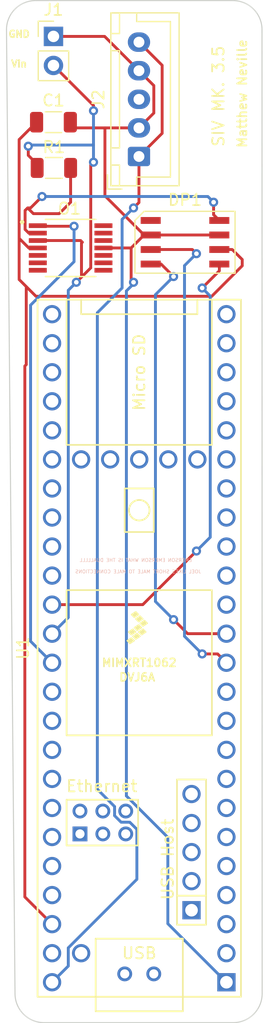
<source format=kicad_pcb>
(kicad_pcb (version 20211014) (generator pcbnew)
  (layers (0 "F.Cu" signal) (31 "B.Cu" signal) (34 "B.Paste" user) (35 "F.Paste" user) (36 "B.SilkS" user "B.Silkscreen") (37 "F.SilkS" user "F.Silkscreen") (38 "B.Mask" user) (39 "F.Mask" user) (44 "Edge.Cuts" user))
  (net 0 "")
  (net 1 "VDD")
  (net 2 "GND")
  (net 3 "A0")
  (net 10 "CS")
  (net 11 "MOSI")
  (net 12 "SCK")
  (net 13 "Net-(DP1-Pad8)")
  (net 14 "A1")
  (net 78 "5V")
  (footprint "Resistor_SMD:R_1206_3216Metric" (layer "F.Cu") (at 44.0375 68.5)
    (fp_text reference "R1" (at 0 -1.82) (layer "F.SilkS"))
    (fp_text value "R")
    (fp_line (start -0.727064 -0.91) (end 0.727064 -0.91) (layer "F.SilkS") (width 0.12))
    (fp_line (start -0.727064 0.91) (end 0.727064 0.91) (layer "F.SilkS") (width 0.12))
    (pad "1" smd roundrect (at -1.4625 0) (size 1.125 1.75) (layers "F.Cu" "F.Paste" "F.Mask") (roundrect_rratio 0.2222222222) (net 3 "A0"))
    (pad "2" smd roundrect (at 1.4625 0) (size 1.125 1.75) (layers "F.Cu" "F.Paste" "F.Mask") (roundrect_rratio 0.2222222222) (net 13 "Net-(DP1-Pad8)"))
  )
  (footprint "hab_footprints:Teensy41" (layer "F.Cu") (at 51.5 110.5 90)
    (fp_text reference "U1" (at 0 -10.16 90) (layer "F.SilkS"))
    (fp_text value "Teensy4.1")
    (fp_text user "USB" (at -26.67 0) (layer "F.SilkS"))
    (fp_text user "Ethernet" (at -12.065 -3.2766) (layer "F.SilkS"))
    (fp_text user "Micro SD" (at 24.13 0 90) (layer "F.SilkS"))
    (fp_text user "MIMXRT1062" (at -1.27 0) (layer "F.SilkS") (effects (font (size 0.7 0.7))))
    (fp_text user "DVJ6A" (at -2.54 -0.18) (layer "F.SilkS") (effects (font (size 0.7 0.7))))
    (fp_text user "USB Host" (at -18.4658 2.4892 90) (layer "F.SilkS"))
    (fp_line (start 17.78 6.35) (end 30.48 6.35) (layer "F.SilkS") (width 0.15))
    (fp_line (start -30.48 -8.89) (end 30.48 -8.89) (layer "F.SilkS") (width 0.15))
    (fp_line (start -13.25 -0.1016) (end -13.25 -6.3516) (layer "F.SilkS") (width 0.15))
    (fp_line (start -17.25 -6.3516) (end -17.25 -6.1016) (layer "F.SilkS") (width 0.15))
    (fp_line (start 17.78 -6.35) (end 17.78 6.35) (layer "F.SilkS") (width 0.15))
    (fp_line (start -30.48 8.89) (end -30.48 -8.89) (layer "F.SilkS") (width 0.15))
    (fp_line (start -24.1808 5.8392) (end -24.1808 3.2992) (layer "F.SilkS") (width 0.15))
    (fp_line (start 30.48 -6.35) (end 17.78 -6.35) (layer "F.SilkS") (width 0.15))
    (fp_line (start 5.08 6.35) (end 5.08 -6.35) (layer "F.SilkS") (width 0.15))
    (fp_line (start 30.48 8.89) (end -30.48 8.89) (layer "F.SilkS") (width 0.15))
    (fp_line (start -25.4 -3.81) (end -30.48 -3.81) (layer "F.SilkS") (width 0.15))
    (fp_line (start -25.4 3.81) (end -30.48 3.81) (layer "F.SilkS") (width 0.15))
    (fp_line (start 10.16 -1.27) (end 13.97 -1.27) (layer "F.SilkS") (width 0.15))
    (fp_line (start 30.48 -8.89) (end 30.48 8.89) (layer "F.SilkS") (width 0.15))
    (fp_line (start 13.97 -1.27) (end 13.97 1.27) (layer "F.SilkS") (width 0.15))
    (fp_line (start -21.6408 3.2992) (end -21.6408 5.8392) (layer "F.SilkS") (width 0.15))
    (fp_line (start 13.97 1.27) (end 10.16 1.27) (layer "F.SilkS") (width 0.15))
    (fp_line (start -31.75 -3.81) (end -30.48 -3.81) (layer "F.SilkS") (width 0.15))
    (fp_line (start -17.25 -0.1016) (end -13.25 -0.1016) (layer "F.SilkS") (width 0.15))
    (fp_line (start -13.25 -6.3516) (end -17.25 -6.3516) (layer "F.SilkS") (width 0.15))
    (fp_line (start 29.21 -5.08) (end 29.21 5.08) (layer "F.SilkS") (width 0.15))
    (fp_line (start -31.75 3.81) (end -31.75 -3.81) (layer "F.SilkS") (width 0.15))
    (fp_line (start 29.21 5.08) (end 30.48 5.08) (layer "F.SilkS") (width 0.15))
    (fp_line (start 10.16 1.27) (end 10.16 -1.27) (layer "F.SilkS") (width 0.15))
    (fp_line (start -24.1808 3.2992) (end -11.4808 3.2992) (layer "F.SilkS") (width 0.15))
    (fp_line (start -7.62 -6.35) (end -7.62 6.35) (layer "F.SilkS") (width 0.15))
    (fp_line (start 30.48 -5.08) (end 29.21 -5.08) (layer "F.SilkS") (width 0.15))
    (fp_line (start -17.25 -6.1016) (end -17.25 -0.1016) (layer "F.SilkS") (width 0.15))
    (fp_line (start -30.48 3.81) (end -31.75 3.81) (layer "F.SilkS") (width 0.15))
    (fp_line (start -11.4808 5.8392) (end -24.1808 5.8392) (layer "F.SilkS") (width 0.15))
    (fp_line (start -25.4 3.81) (end -25.4 -3.81) (layer "F.SilkS") (width 0.15))
    (fp_line (start -7.62 6.35) (end 5.08 6.35) (layer "F.SilkS") (width 0.15))
    (fp_line (start 5.08 -6.35) (end -7.62 -6.35) (layer "F.SilkS") (width 0.15))
    (fp_line (start -11.4808 3.2992) (end -11.4808 5.8392) (layer "F.SilkS") (width 0.15))
    (fp_line (start -24.1808 3.2992) (end -21.6408 3.2992) (layer "F.SilkS") (width 0.15))
    (fp_circle (center 12.065 0) (end 12.7 -0.635) (layer "F.SilkS") (width 0.15) (fill none))
    (fp_poly (pts (xy 0.911 -0.688) (xy 0.657 -0.434) (xy 0.403 -0.815) (xy 0.657 -1.069)) (layer "F.SilkS") (width 0.1) (fill solid))
    (fp_poly (pts (xy 2.816 0.074) (xy 2.562 0.328) (xy 2.308 -0.053) (xy 2.562 -0.307)) (layer "F.SilkS") (width 0.1) (fill solid))
    (fp_poly (pts (xy 1.292 -0.18) (xy 1.038 0.074) (xy 0.784 -0.307) (xy 1.038 -0.561)) (layer "F.SilkS") (width 0.1) (fill solid))
    (fp_poly (pts (xy 1.673 -0.561) (xy 1.419 -0.307) (xy 1.165 -0.688) (xy 1.419 -0.942)) (layer "F.SilkS") (width 0.1) (fill solid))
    (fp_poly (pts (xy 3.197 -0.307) (xy 2.943 -0.053) (xy 2.689 -0.434) (xy 2.943 -0.688)) (layer "F.SilkS") (width 0.1) (fill solid))
    (fp_poly (pts (xy 1.673 0.328) (xy 1.419 0.582) (xy 1.165 0.201) (xy 1.419 -0.053)) (layer "F.SilkS") (width 0.1) (fill solid))
    (fp_poly (pts (xy 2.054 -0.053) (xy 1.8 0.201) (xy 1.546 -0.18) (xy 1.8 -0.434)) (layer "F.SilkS") (width 0.1) (fill solid))
    (fp_poly (pts (xy 2.435 0.455) (xy 2.181 0.709) (xy 1.927 0.328) (xy 2.181 0.074)) (layer "F.SilkS") (width 0.1) (fill solid))
    (pad "1" thru_hole rect locked (at -29.21 7.62 90) (size 1.6 1.6) (drill 1.1) (layers *.Cu *.Mask) (net 2 "GND"))
    (pad "2" thru_hole circle locked (at -26.67 7.62 90) (size 1.6 1.6) (drill 1.1) (layers *.Cu *.Mask))
    (pad "3" thru_hole circle locked (at -24.13 7.62 90) (size 1.6 1.6) (drill 1.1) (layers *.Cu *.Mask))
    (pad "4" thru_hole circle locked (at -21.59 7.62 90) (size 1.6 1.6) (drill 1.1) (layers *.Cu *.Mask))
    (pad "5" thru_hole circle locked (at -19.05 7.62 90) (size 1.6 1.6) (drill 1.1) (layers *.Cu *.Mask))
    (pad "6" thru_hole circle locked (at -16.51 7.62 90) (size 1.6 1.6) (drill 1.1) (layers *.Cu *.Mask))
    (pad "7" thru_hole circle locked (at -13.97 7.62 90) (size 1.6 1.6) (drill 1.1) (layers *.Cu *.Mask))
    (pad "8" thru_hole circle locked (at -11.43 7.62 90) (size 1.6 1.6) (drill 1.1) (layers *.Cu *.Mask))
    (pad "9" thru_hole circle locked (at -8.89 7.62 90) (size 1.6 1.6) (drill 1.1) (layers *.Cu *.Mask))
    (pad "10" thru_hole circle locked (at -6.35 7.62 90) (size 1.6 1.6) (drill 1.1) (layers *.Cu *.Mask))
    (pad "11" thru_hole circle locked (at -3.81 7.62 90) (size 1.6 1.6) (drill 1.1) (layers *.Cu *.Mask))
    (pad "12" thru_hole circle locked (at -1.27 7.62 90) (size 1.6 1.6) (drill 1.1) (layers *.Cu *.Mask) (net 10 "CS"))
    (pad "13" thru_hole circle locked (at 1.27 7.62 90) (size 1.6 1.6) (drill 1.1) (layers *.Cu *.Mask) (net 11 "MOSI"))
    (pad "14" thru_hole circle locked (at 3.81 7.62 90) (size 1.6 1.6) (drill 1.1) (layers *.Cu *.Mask))
    (pad "15" thru_hole circle locked (at 6.35 7.62 90) (size 1.6 1.6) (drill 1.1) (layers *.Cu *.Mask))
    (pad "16" thru_hole circle locked (at 8.89 7.62 90) (size 1.6 1.6) (drill 1.1) (layers *.Cu *.Mask))
    (pad "17" thru_hole circle locked (at 11.43 7.62 90) (size 1.6 1.6) (drill 1.1) (layers *.Cu *.Mask))
    (pad "18" thru_hole circle locked (at 13.97 7.62 90) (size 1.6 1.6) (drill 1.1) (layers *.Cu *.Mask))
    (pad "19" thru_hole circle locked (at 16.51 7.62 90) (size 1.6 1.6) (drill 1.1) (layers *.Cu *.Mask))
    (pad "20" thru_hole circle locked (at 19.05 7.62 90) (size 1.6 1.6) (drill 1.1) (layers *.Cu *.Mask))
    (pad "21" thru_hole circle locked (at 21.59 7.62 90) (size 1.6 1.6) (drill 1.1) (layers *.Cu *.Mask))
    (pad "22" thru_hole circle locked (at 24.13 7.62 90) (size 1.6 1.6) (drill 1.1) (layers *.Cu *.Mask))
    (pad "23" thru_hole circle locked (at 26.67 7.62 90) (size 1.6 1.6) (drill 1.1) (layers *.Cu *.Mask))
    (pad "24" thru_hole circle locked (at 29.21 7.62 90) (size 1.6 1.6) (drill 1.1) (layers *.Cu *.Mask))
    (pad "25" thru_hole circle locked (at 29.21 -7.62 90) (size 1.6 1.6) (drill 1.1) (layers *.Cu *.Mask))
    (pad "26" thru_hole circle locked (at 26.67 -7.62 90) (size 1.6 1.6) (drill 1.1) (layers *.Cu *.Mask))
    (pad "27" thru_hole circle locked (at 24.13 -7.62 90) (size 1.6 1.6) (drill 1.1) (layers *.Cu *.Mask))
    (pad "28" thru_hole circle locked (at 21.59 -7.62 90) (size 1.6 1.6) (drill 1.1) (layers *.Cu *.Mask))
    (pad "29" thru_hole circle locked (at 19.05 -7.62 90) (size 1.6 1.6) (drill 1.1) (layers *.Cu *.Mask))
    (pad "30" thru_hole circle locked (at 16.51 -7.62 90) (size 1.6 1.6) (drill 1.1) (layers *.Cu *.Mask))
    (pad "31" thru_hole circle locked (at 13.97 -7.62 90) (size 1.6 1.6) (drill 1.1) (layers *.Cu *.Mask))
    (pad "32" thru_hole circle locked (at 11.43 -7.62 90) (size 1.6 1.6) (drill 1.1) (layers *.Cu *.Mask))
    (pad "33" thru_hole circle locked (at 8.89 -7.62 90) (size 1.6 1.6) (drill 1.1) (layers *.Cu *.Mask))
    (pad "34" thru_hole circle locked (at 6.35 -7.62 90) (size 1.6 1.6) (drill 1.1) (layers *.Cu *.Mask))
    (pad "35" thru_hole circle locked (at 3.81 -7.62 90) (size 1.6 1.6) (drill 1.1) (layers *.Cu *.Mask) (net 12 "SCK"))
    (pad "36" thru_hole circle locked (at 1.27 -7.62 90) (size 1.6 1.6) (drill 1.1) (layers *.Cu *.Mask) (net 3 "A0"))
    (pad "37" thru_hole circle locked (at -1.27 -7.62 90) (size 1.6 1.6) (drill 1.1) (layers *.Cu *.Mask) (net 14 "A1"))
    (pad "38" thru_hole circle locked (at -3.81 -7.62 90) (size 1.6 1.6) (drill 1.1) (layers *.Cu *.Mask))
    (pad "39" thru_hole circle locked (at -6.35 -7.62 90) (size 1.6 1.6) (drill 1.1) (layers *.Cu *.Mask))
    (pad "40" thru_hole circle locked (at -8.89 -7.62 90) (size 1.6 1.6) (drill 1.1) (layers *.Cu *.Mask))
    (pad "41" thru_hole circle locked (at -11.43 -7.62 90) (size 1.6 1.6) (drill 1.1) (layers *.Cu *.Mask))
    (pad "42" thru_hole circle locked (at -13.97 -7.62 90) (size 1.6 1.6) (drill 1.1) (layers *.Cu *.Mask))
    (pad "43" thru_hole circle locked (at -16.51 -7.62 90) (size 1.6 1.6) (drill 1.1) (layers *.Cu *.Mask))
    (pad "44" thru_hole circle locked (at -19.05 -7.62 90) (size 1.6 1.6) (drill 1.1) (layers *.Cu *.Mask))
    (pad "45" thru_hole circle locked (at -21.59 -7.62 90) (size 1.6 1.6) (drill 1.1) (layers *.Cu *.Mask))
    (pad "46" thru_hole circle locked (at -24.13 -7.62 90) (size 1.6 1.6) (drill 1.1) (layers *.Cu *.Mask) (net 1 "VDD"))
    (pad "47" thru_hole circle locked (at -26.67 -7.62 90) (size 1.6 1.6) (drill 1.1) (layers *.Cu *.Mask))
    (pad "48" thru_hole circle locked (at -29.21 -7.62 90) (size 1.6 1.6) (drill 1.1) (layers *.Cu *.Mask) (net 78 "5V"))
    (pad "49" thru_hole circle locked (at -26.67 -5.08 90) (size 1.6 1.6) (drill 1.1) (layers *.Cu *.Mask))
    (pad "50" thru_hole circle locked (at 16.51 5.08 90) (size 1.6 1.6) (drill 1.1) (layers *.Cu *.Mask))
    (pad "51" thru_hole circle locked (at 16.51 2.54 90) (size 1.6 1.6) (drill 1.1) (layers *.Cu *.Mask))
    (pad "52" thru_hole circle locked (at 16.51 0 90) (size 1.6 1.6) (drill 1.1) (layers *.Cu *.Mask))
    (pad "53" thru_hole circle locked (at 16.51 -2.54 90) (size 1.6 1.6) (drill 1.1) (layers *.Cu *.Mask))
    (pad "54" thru_hole circle locked (at 16.51 -5.08 90) (size 1.6 1.6) (drill 1.1) (layers *.Cu *.Mask))
    (pad "55" thru_hole rect locked (at -22.9108 4.5692 90) (size 1.6 1.6) (drill 1.1) (layers *.Cu *.Mask))
    (pad "56" thru_hole circle locked (at -20.3708 4.5692 90) (size 1.6 1.6) (drill 1.1) (layers *.Cu *.Mask))
    (pad "57" thru_hole circle locked (at -17.8308 4.5692 90) (size 1.6 1.6) (drill 1.1) (layers *.Cu *.Mask))
    (pad "58" thru_hole circle locked (at -15.2908 4.5692 90) (size 1.6 1.6) (drill 1.1) (layers *.Cu *.Mask))
    (pad "59" thru_hole circle locked (at -12.7508 4.5692 90) (size 1.6 1.6) (drill 1.1) (layers *.Cu *.Mask))
    (pad "60" thru_hole rect locked (at -16.24 -5.1816 90) (size 1.3 1.3) (drill 0.8) (layers *.Cu *.Mask))
    (pad "61" thru_hole circle locked (at -16.24 -3.1816 90) (size 1.3 1.3) (drill 0.8) (layers *.Cu *.Mask))
    (pad "62" thru_hole circle locked (at -16.24 -1.1816 90) (size 1.3 1.3) (drill 0.8) (layers *.Cu *.Mask))
    (pad "63" thru_hole circle locked (at -14.24 -1.1816 90) (size 1.3 1.3) (drill 0.8) (layers *.Cu *.Mask))
    (pad "64" thru_hole circle locked (at -14.24 -3.1816 90) (size 1.3 1.3) (drill 0.8) (layers *.Cu *.Mask))
    (pad "65" thru_hole circle locked (at -14.24 -5.1816 90) (size 1.3 1.3) (drill 0.8) (layers *.Cu *.Mask))
    (pad "66" thru_hole circle locked (at -28.48 -1.27 90) (size 1.3 1.3) (drill 0.8) (layers *.Cu *.Mask))
    (pad "67" thru_hole circle locked (at -28.48 1.27 90) (size 1.3 1.3) (drill 0.8) (layers *.Cu *.Mask))
  )
  (footprint "hab_footprints:AD8400 DP" (layer "F.Cu") (at 55.5 75 -90)
    (fp_text reference "DP1" (at -3.705 0) (layer "F.SilkS"))
    (fp_text value "AD8400")
    (fp_line (start 2.705 -4.375) (end 2.705 4.375) (layer "F.SilkS") (width 0.12))
    (fp_line (start 2.705 4.375) (end -1.905 4.375) (layer "F.SilkS") (width 0.12))
    (fp_line (start -2.705 3.575) (end -2.705 -4.375) (layer "F.SilkS") (width 0.12))
    (fp_line (start -2.705 -4.375) (end 2.705 -4.375) (layer "F.SilkS") (width 0.12))
    (fp_line (start -1.905 4.375) (end -2.705 3.575) (layer "F.SilkS") (width 0.12))
    (pad "1" smd rect (at -1.905 3 270) (size 0.6 1.75) (layers "F.Cu" "F.Paste" "F.Mask"))
    (pad "2" smd rect (at -0.635 3 270) (size 0.6 1.75) (layers "F.Cu" "F.Paste" "F.Mask") (net 2 "GND"))
    (pad "3" smd rect (at 0.635 3 270) (size 0.6 1.75) (layers "F.Cu" "F.Paste" "F.Mask") (net 10 "CS"))
    (pad "4" smd rect (at 1.905 3 270) (size 0.6 1.75) (layers "F.Cu" "F.Paste" "F.Mask") (net 11 "MOSI"))
    (pad "5" smd rect (at 1.905 -3 270) (size 0.6 1.75) (layers "F.Cu" "F.Paste" "F.Mask") (net 12 "SCK"))
    (pad "6" smd rect (at 0.635 -3 270) (size 0.6 1.75) (layers "F.Cu" "F.Paste" "F.Mask") (net 1 "VDD"))
    (pad "7" smd rect (at -0.635 -3 270) (size 0.6 1.75) (layers "F.Cu" "F.Paste" "F.Mask") (net 2 "GND"))
    (pad "8" smd rect (at -1.905 -3 270) (size 0.6 1.75) (layers "F.Cu" "F.Paste" "F.Mask") (net 13 "Net-(DP1-Pad8)"))
  )
  (footprint "Capacitor_SMD:C_1206_3216Metric" (layer "F.Cu") (at 44 64.5)
    (fp_text reference "C1" (at 0 -1.9) (layer "F.SilkS"))
    (fp_text value "C")
    (fp_line (start -0.711252 -0.91) (end 0.711252 -0.91) (layer "F.SilkS") (width 0.12))
    (fp_line (start -0.711252 0.91) (end 0.711252 0.91) (layer "F.SilkS") (width 0.12))
    (pad "1" smd roundrect (at -1.475 0) (size 1.15 1.8) (layers "F.Cu" "F.Paste" "F.Mask") (roundrect_rratio 0.2173913043) (net 1 "VDD"))
    (pad "2" smd roundrect (at 1.475 0) (size 1.15 1.8) (layers "F.Cu" "F.Paste" "F.Mask") (roundrect_rratio 0.2173913043) (net 2 "GND"))
  )
  (footprint "Connector_JST:JST_XH_B5B-XH-A_1x05_P2.50mm_Vertical" (layer "F.Cu") (at 51.475 67.5 90)
    (fp_text reference "J2" (at 5 -3.55 90) (layer "F.SilkS"))
    (fp_text value "Conn_01x05")
    (fp_line (start -0.75 -2.45) (end -2.55 -2.45) (layer "F.SilkS") (width 0.12))
    (fp_line (start 9.25 -2.45) (end 0.75 -2.45) (layer "F.SilkS") (width 0.12))
    (fp_line (start -1.8 2.75) (end 5 2.75) (layer "F.SilkS") (width 0.12))
    (fp_line (start 0.75 -2.45) (end 0.75 -1.7) (layer "F.SilkS") (width 0.12))
    (fp_line (start 12.56 -2.46) (end -2.56 -2.46) (layer "F.SilkS") (width 0.12))
    (fp_line (start -2.55 -2.45) (end -2.55 -1.7) (layer "F.SilkS") (width 0.12))
    (fp_line (start 0.75 -1.7) (end 9.25 -1.7) (layer "F.SilkS") (width 0.12))
    (fp_line (start 12.55 -0.2) (end 11.8 -0.2) (layer "F.SilkS") (width 0.12))
    (fp_line (start 12.55 -2.45) (end 10.75 -2.45) (layer "F.SilkS") (width 0.12))
    (fp_line (start -1.8 -0.2) (end -1.8 2.75) (layer "F.SilkS") (width 0.12))
    (fp_line (start 11.8 2.75) (end 5 2.75) (layer "F.SilkS") (width 0.12))
    (fp_line (start 10.75 -1.7) (end 12.55 -1.7) (layer "F.SilkS") (width 0.12))
    (fp_line (start -1.6 -2.75) (end -2.85 -2.75) (layer "F.SilkS") (width 0.12))
    (fp_line (start -2.55 -0.2) (end -1.8 -0.2) (layer "F.SilkS") (width 0.12))
    (fp_line (start 12.55 -1.7) (end 12.55 -2.45) (layer "F.SilkS") (width 0.12))
    (fp_line (start 11.8 -0.2) (end 11.8 2.75) (layer "F.SilkS") (width 0.12))
    (fp_line (start 9.25 -1.7) (end 9.25 -2.45) (layer "F.SilkS") (width 0.12))
    (fp_line (start -2.56 3.51) (end 12.56 3.51) (layer "F.SilkS") (width 0.12))
    (fp_line (start 12.56 3.51) (end 12.56 -2.46) (layer "F.SilkS") (width 0.12))
    (fp_line (start -2.55 -1.7) (end -0.75 -1.7) (layer "F.SilkS") (width 0.12))
    (fp_line (start -2.85 -2.75) (end -2.85 -1.5) (layer "F.SilkS") (width 0.12))
    (fp_line (start 10.75 -2.45) (end 10.75 -1.7) (layer "F.SilkS") (width 0.12))
    (fp_line (start -2.56 -2.46) (end -2.56 3.51) (layer "F.SilkS") (width 0.12))
    (fp_line (start -0.75 -1.7) (end -0.75 -2.45) (layer "F.SilkS") (width 0.12))
    (pad "1" thru_hole roundrect (at 0 0 90) (size 1.7 1.95) (drill 0.95) (layers *.Cu *.Mask) (roundrect_rratio 0.1470588235) (net 78 "5V"))
    (pad "2" thru_hole oval (at 2.5 0 90) (size 1.7 1.95) (drill 0.95) (layers *.Cu *.Mask) (net 2 "GND"))
    (pad "3" thru_hole oval (at 5 0 90) (size 1.7 1.95) (drill 0.95) (layers *.Cu *.Mask))
    (pad "4" thru_hole oval (at 7.5 0 90) (size 1.7 1.95) (drill 0.95) (layers *.Cu *.Mask) (net 2 "GND"))
    (pad "5" thru_hole oval (at 10 0 90) (size 1.7 1.95) (drill 0.95) (layers *.Cu *.Mask) (net 78 "5V"))
  )
  (footprint "hab_footprints:SOP65P640X120-14N" (layer "F.Cu") (at 45.5 75.5)
    (fp_text reference "O1" (at -0.1 -3.435) (layer "F.SilkS"))
    (fp_text value "INA4180")
    (fp_line (start -2.2 -2.5) (end 2.2 -2.5) (layer "F.SilkS") (width 0.127))
    (fp_line (start -2.2 2.5) (end 2.2 2.5) (layer "F.SilkS") (width 0.127))
    (fp_circle (center -4.24 -2.26) (end -4.14 -2.26) (layer "F.SilkS") (width 0.2) (fill none))
    (pad "1" smd roundrect locked (at -2.87 -1.95) (size 1.57 0.41) (layers "F.Cu" "F.Paste" "F.Mask") (roundrect_rratio 0.05) (net 14 "A1"))
    (pad "2" smd roundrect locked (at -2.87 -1.3) (size 1.57 0.41) (layers "F.Cu" "F.Paste" "F.Mask") (roundrect_rratio 0.05) (net 13 "Net-(DP1-Pad8)"))
    (pad "3" smd roundrect locked (at -2.87 -0.65) (size 1.57 0.41) (layers "F.Cu" "F.Paste" "F.Mask") (roundrect_rratio 0.05) (net 3 "A0"))
    (pad "4" smd roundrect locked (at -2.87 0) (size 1.57 0.41) (layers "F.Cu" "F.Paste" "F.Mask") (roundrect_rratio 0.05) (net 1 "VDD"))
    (pad "5" smd roundrect locked (at -2.87 0.65) (size 1.57 0.41) (layers "F.Cu" "F.Paste" "F.Mask") (roundrect_rratio 0.05))
    (pad "6" smd roundrect locked (at -2.87 1.3) (size 1.57 0.41) (layers "F.Cu" "F.Paste" "F.Mask") (roundrect_rratio 0.05))
    (pad "7" smd roundrect locked (at -2.87 1.95) (size 1.57 0.41) (layers "F.Cu" "F.Paste" "F.Mask") (roundrect_rratio 0.05))
    (pad "8" smd roundrect locked (at 2.87 1.95) (size 1.57 0.41) (layers "F.Cu" "F.Paste" "F.Mask") (roundrect_rratio 0.05))
    (pad "9" smd roundrect locked (at 2.87 1.3) (size 1.57 0.41) (layers "F.Cu" "F.Paste" "F.Mask") (roundrect_rratio 0.05))
    (pad "10" smd roundrect locked (at 2.87 0.65) (size 1.57 0.41) (layers "F.Cu" "F.Paste" "F.Mask") (roundrect_rratio 0.05))
    (pad "11" smd roundrect locked (at 2.87 0) (size 1.57 0.41) (layers "F.Cu" "F.Paste" "F.Mask") (roundrect_rratio 0.05) (net 2 "GND"))
    (pad "12" smd roundrect locked (at 2.87 -0.65) (size 1.57 0.41) (layers "F.Cu" "F.Paste" "F.Mask") (roundrect_rratio 0.05))
    (pad "13" smd roundrect locked (at 2.87 -1.3) (size 1.57 0.41) (layers "F.Cu" "F.Paste" "F.Mask") (roundrect_rratio 0.05))
    (pad "14" smd roundrect locked (at 2.87 -1.95) (size 1.57 0.41) (layers "F.Cu" "F.Paste" "F.Mask") (roundrect_rratio 0.05))
  )
  (footprint "Connector_PinHeader_2.54mm:PinHeader_1x02_P2.54mm_Vertical" (layer "F.Cu") (at 44 57)
    (fp_text reference "J1" (at 0 -2.33) (layer "F.SilkS"))
    (fp_text value "Conn_01x02")
    (fp_line (start -1.33 0) (end -1.33 -1.33) (layer "F.SilkS") (width 0.12))
    (fp_line (start 1.33 1.27) (end 1.33 3.87) (layer "F.SilkS") (width 0.12))
    (fp_line (start -1.33 3.87) (end 1.33 3.87) (layer "F.SilkS") (width 0.12))
    (fp_line (start -1.33 1.27) (end -1.33 3.87) (layer "F.SilkS") (width 0.12))
    (fp_line (start -1.33 1.27) (end 1.33 1.27) (layer "F.SilkS") (width 0.12))
    (fp_line (start -1.33 -1.33) (end 0 -1.33) (layer "F.SilkS") (width 0.12))
    (pad "1" thru_hole rect (at 0 0) (size 1.7 1.7) (drill 1) (layers *.Cu *.Mask) (net 2 "GND"))
    (pad "2" thru_hole oval (at 0 2.54) (size 1.7 1.7) (drill 1) (layers *.Cu *.Mask) (net 3 "A0"))
  )
  (gr_arc (start 39.896051 56.406051) (mid 40.64 54.61) (end 42.436051 53.866051) (layer "Edge.Cuts") (width 0.1))
  (gr_line (start 62.243949 140.703949) (end 62.23 56.406051) (layer "Edge.Cuts") (width 0.1))
  (gr_line (start 42.436051 53.866051) (end 59.69 53.866051) (layer "Edge.Cuts") (width 0.1))
  (gr_arc (start 43.18 143.243949) (mid 41.383949 142.5) (end 40.64 140.703949) (layer "Edge.Cuts") (width 0.1))
  (gr_line (start 40.64 140.703949) (end 39.896051 56.406051) (layer "Edge.Cuts") (width 0.1))
  (gr_arc (start 62.243949 140.703949) (mid 61.5 142.5) (end 59.703949 143.243949) (layer "Edge.Cuts") (width 0.1))
  (gr_line (start 59.703949 143.243949) (end 43.18 143.243949) (layer "Edge.Cuts") (width 0.1))
  (gr_arc (start 59.69 53.866051) (mid 61.486051 54.61) (end 62.23 56.406051) (layer "Edge.Cuts") (width 0.1))
  (gr_text "EMERSON EMERSON WHAT IS THE DUALLLLL" (at 51.2 102.8) (layer "B.SilkS") (effects (font (size 0.3 0.3)) (justify mirror)))
  (gr_text "JOEL LIKES SHORT MALE TO MALE CONNECTIONS" (at 51.4 103.8) (layer "B.SilkS") (effects (font (size 0.3 0.3)) (justify mirror)))
  (gr_text "Vin\n" (at 41 59.4) (layer "F.SilkS") (effects (font (size 0.6 0.6))))
  (gr_text "GND" (at 41 56.8) (layer "F.SilkS") (effects (font (size 0.6 0.6))))
  (gr_text "SIV MK. 3.5" (at 58.42 62.23 90) (layer "F.SilkS") (effects (font (size 1 1))))
  (gr_text "Matthew Neville" (at 60.5 62 90) (layer "F.SilkS") (effects (font (size 0.8 0.8))))
  (segment (start 41.621535 78.878465) (end 41 78.256931) (width 0.25) (layer "F.Cu") (net 1))
  (segment (start 41.5 132.25) (end 43.88 134.63) (width 0.25) (layer "F.Cu") (net 1))
  (segment (start 42.525 64.5) (end 41 66.025) (width 0.25) (layer "F.Cu") (net 1))
  (segment (start 41.621535 85.701835) (end 41.5 85.82337) (width 0.25) (layer "F.Cu") (net 1))
  (segment (start 57.835499 79.724501) (end 42.46757 79.724501) (width 0.25) (layer "F.Cu") (net 1))
  (segment (start 41 78.256931) (end 41 74.656931) (width 0.25) (layer "F.Cu") (net 1))
  (segment (start 59.625 75.635) (end 60.5 76.51) (width 0.25) (layer "F.Cu") (net 1))
  (segment (start 41.5 85.82337) (end 41.5 132.25) (width 0.25) (layer "F.Cu") (net 1))
  (segment (start 58.5 75.635) (end 59.625 75.635) (width 0.25) (layer "F.Cu") (net 1))
  (segment (start 41 74.656931) (end 41.843069 75.5) (width 0.25) (layer "F.Cu") (net 1))
  (segment (start 60.5 77.06) (end 57.835499 79.724501) (width 0.25) (layer "F.Cu") (net 1))
  (segment (start 42.46757 79.724501) (end 41.621535 78.878465) (width 0.25) (layer "F.Cu") (net 1))
  (segment (start 41.621535 78.878465) (end 41.621535 85.701835) (width 0.25) (layer "F.Cu") (net 1))
  (segment (start 41 66.025) (end 41 74.656931) (width 0.25) (layer "F.Cu") (net 1))
  (segment (start 60.5 76.51) (end 60.5 77.06) (width 0.25) (layer "F.Cu") (net 1))
  (segment (start 41.843069 75.5) (end 42.63 75.5) (width 0.25) (layer "F.Cu") (net 1))
  (segment (start 45.975 65) (end 48.5 65) (width 0.25) (layer "F.Cu") (net 2))
  (segment (start 48.5 65) (end 51.475 65) (width 0.25) (layer "F.Cu") (net 2))
  (segment (start 48.475 57) (end 51.475 60) (width 0.25) (layer "F.Cu") (net 2))
  (segment (start 50.79 78.29) (end 51 78.5) (width 0.25) (layer "F.Cu") (net 2))
  (segment (start 48.5 65) (end 48.5 70.94) (width 0.25) (layer "F.Cu") (net 2))
  (segment (start 51.925 74.365) (end 50.79 75.5) (width 0.25) (layer "F.Cu") (net 2))
  (segment (start 50.79 75.5) (end 50.79 78.29) (width 0.25) (layer "F.Cu") (net 2))
  (segment (start 51.475 60) (end 52.77452 61.29952) (width 0.25) (layer "F.Cu") (net 2))
  (segment (start 44 57) (end 48.475 57) (width 0.25) (layer "F.Cu") (net 2))
  (segment (start 45.475 64.5) (end 45.975 65) (width 0.25) (layer "F.Cu") (net 2))
  (segment (start 50.79 75.5) (end 48.37 75.5) (width 0.25) (layer "F.Cu") (net 2))
  (segment (start 58.5 74.365) (end 52.5 74.365) (width 0.25) (layer "F.Cu") (net 2))
  (segment (start 51.925 74.365) (end 52.5 74.365) (width 0.25) (layer "F.Cu") (net 2))
  (segment (start 52.77452 63.70048) (end 51.475 65) (width 0.25) (layer "F.Cu") (net 2))
  (segment (start 48.5 70.94) (end 51.925 74.365) (width 0.25) (layer "F.Cu") (net 2))
  (segment (start 52.77452 61.29952) (end 52.77452 63.70048) (width 0.25) (layer "F.Cu") (net 2))
  (via (at 51 78.5) (size 0.8) (drill 0.4) (layers "F.Cu" "B.Cu") (net 2))
  (segment (start 54 134.59) (end 59.12 139.71) (width 0.25) (layer "B.Cu") (net 2))
  (segment (start 51 78.635704) (end 50.375489 79.260215) (width 0.25) (layer "B.Cu") (net 2))
  (segment (start 50.375489 123.418921) (end 54 127.043432) (width 0.25) (layer "B.Cu") (net 2))
  (segment (start 54 127.043432) (end 54 134.59) (width 0.25) (layer "B.Cu") (net 2))
  (segment (start 51 78.5) (end 51 78.635704) (width 0.25) (layer "B.Cu") (net 2))
  (segment (start 50.375489 79.260215) (end 50.375489 123.418921) (width 0.25) (layer "B.Cu") (net 2))
  (segment (start 46.45 78.05) (end 46 78.5) (width 0.25) (layer "F.Cu") (net 3))
  (segment (start 47.26048 77.23952) (end 46.45 78.05) (width 0.25) (layer "F.Cu") (net 3))
  (segment (start 47.5 63.04) (end 47.5 63.5) (width 0.25) (layer "F.Cu") (net 3))
  (segment (start 46.3745 74.85) (end 42.63 74.85) (width 0.25) (layer "F.Cu") (net 3))
  (segment (start 41.8 67.4) (end 41.8 66.6) (width 0.25) (layer "F.Cu") (net 3))
  (segment (start 46.5245 75) (end 46.3745 74.85) (width 0.25) (layer "F.Cu") (net 3))
  (segment (start 47.26048 68.23952) (end 47.26048 77.23952) (width 0.25) (layer "F.Cu") (net 3))
  (segment (start 46.45 78.05) (end 46.45 75.0745) (width 0.25) (layer "F.Cu") (net 3))
  (segment (start 46.45 75.0745) (end 46.5245 75) (width 0.25) (layer "F.Cu") (net 3))
  (segment (start 44 59.54) (end 47.5 63.04) (width 0.25) (layer "F.Cu") (net 3))
  (segment (start 42.575 68.5) (end 42.575 68.175) (width 0.25) (layer "F.Cu") (net 3))
  (segment (start 47.5 68) (end 47.26048 68.23952) (width 0.25) (layer "F.Cu") (net 3))
  (segment (start 42.575 68.175) (end 41.8 67.4) (width 0.25) (layer "F.Cu") (net 3))
  (via (at 41.8 66.6) (size 0.8) (drill 0.4) (layers "F.Cu" "B.Cu") (net 3))
  (via (at 46 78.5) (size 0.8) (drill 0.4) (layers "F.Cu" "B.Cu") (net 3))
  (via (at 47.5 63.5) (size 0.8) (drill 0.4) (layers "F.Cu" "B.Cu") (net 3))
  (via (at 47.5 68) (size 0.8) (drill 0.4) (layers "F.Cu" "B.Cu") (net 3))
  (segment (start 45.295489 79.204511) (end 45.295489 107.814511) (width 0.25) (layer "B.Cu") (net 3))
  (segment (start 46 78.5) (end 45.295489 79.204511) (width 0.25) (layer "B.Cu") (net 3))
  (segment (start 47.5 63.5) (end 47.5 66.5) (width 0.25) (layer "B.Cu") (net 3))
  (segment (start 47.5 66.5) (end 41.9 66.5) (width 0.25) (layer "B.Cu") (net 3))
  (segment (start 45.295489 107.814511) (end 43.88 109.23) (width 0.25) (layer "B.Cu") (net 3))
  (segment (start 47.5 66.5) (end 47.5 68) (width 0.25) (layer "B.Cu") (net 3))
  (segment (start 41.9 66.5) (end 41.8 66.6) (width 0.25) (layer "B.Cu") (net 3))
  (segment (start 58.35 111) (end 59.12 111.77) (width 0.25) (layer "F.Cu") (net 10))
  (segment (start 52.5 75.635) (end 56.135 75.635) (width 0.25) (layer "F.Cu") (net 10))
  (segment (start 57 111) (end 58.35 111) (width 0.25) (layer "F.Cu") (net 10))
  (segment (start 56.135 75.635) (end 56.5 76) (width 0.25) (layer "F.Cu") (net 10))
  (via (at 57 111) (size 0.8) (drill 0.4) (layers "F.Cu" "B.Cu") (net 10))
  (via (at 56.5 76) (size 0.8) (drill 0.4) (layers "F.Cu" "B.Cu") (net 10))
  (segment (start 55.455489 77.044511) (end 55.455489 109.455489) (width 0.25) (layer "B.Cu") (net 10))
  (segment (start 56.5 76) (end 55.455489 77.044511) (width 0.25) (layer "B.Cu") (net 10))
  (segment (start 55.455489 109.455489) (end 57 111) (width 0.25) (layer "B.Cu") (net 10))
  (segment (start 54.5 108) (end 55.73 109.23) (width 0.25) (layer "F.Cu") (net 11))
  (segment (start 52.5 76.905) (end 53.405 76.905) (width 0.25) (layer "F.Cu") (net 11))
  (segment (start 55.73 109.23) (end 59.12 109.23) (width 0.25) (layer "F.Cu") (net 11))
  (segment (start 53.405 76.905) (end 54.5 78) (width 0.25) (layer "F.Cu") (net 11))
  (via (at 54.5 108) (size 0.8) (drill 0.4) (layers "F.Cu" "B.Cu") (net 11))
  (via (at 54.5 78) (size 0.8) (drill 0.4) (layers "F.Cu" "B.Cu") (net 11))
  (segment (start 54.5 78) (end 52.915489 79.584511) (width 0.25) (layer "B.Cu") (net 11))
  (segment (start 52.915489 106.415489) (end 54.5 108) (width 0.25) (layer "B.Cu") (net 11))
  (segment (start 52.915489 79.584511) (end 52.915489 106.415489) (width 0.25) (layer "B.Cu") (net 11))
  (segment (start 56.5 102) (end 51.81 106.69) (width 0.25) (layer "F.Cu") (net 12))
  (segment (start 51.81 106.69) (end 43.88 106.69) (width 0.25) (layer "F.Cu") (net 12))
  (segment (start 58.5 77.5) (end 57 79) (width 0.25) (layer "F.Cu") (net 12))
  (segment (start 58.5 76.905) (end 58.5 77.5) (width 0.25) (layer "F.Cu") (net 12))
  (via (at 57 79) (size 0.8) (drill 0.4) (layers "F.Cu" "B.Cu") (net 12))
  (via (at 56.5 102) (size 0.8) (drill 0.4) (layers "F.Cu" "B.Cu") (net 12))
  (segment (start 57.704511 100.795489) (end 56.5 102) (width 0.25) (layer "B.Cu") (net 12))
  (segment (start 57.704511 79.704511) (end 57.704511 100.795489) (width 0.25) (layer "B.Cu") (net 12))
  (segment (start 57 79) (end 57.704511 79.704511) (width 0.25) (layer "B.Cu") (net 12))
  (segment (start 45.5 71.5) (end 44.5 72.5) (width 0.25) (layer "F.Cu") (net 13))
  (segment (start 43 71) (end 42 72) (width 0.25) (layer "F.Cu") (net 13))
  (segment (start 41.52048 72.222589) (end 41.52048 73.877411) (width 0.25) (layer "F.Cu") (net 13))
  (segment (start 58 72.595) (end 58.5 73.095) (width 0.25) (layer "F.Cu") (net 13))
  (segment (start 41.52048 73.877411) (end 41.843069 74.2) (width 0.25) (layer "F.Cu") (net 13))
  (segment (start 41.743069 72) (end 41.52048 72.222589) (width 0.25) (layer "F.Cu") (net 13))
  (segment (start 58 71.5) (end 58 72.595) (width 0.25) (layer "F.Cu") (net 13))
  (segment (start 41.843069 74.2) (end 42.63 74.2) (width 0.25) (layer "F.Cu") (net 13))
  (segment (start 45.5 68.5) (end 45.5 71.5) (width 0.25) (layer "F.Cu") (net 13))
  (segment (start 42 72) (end 41.743069 72) (width 0.25) (layer "F.Cu") (net 13))
  (segment (start 44.5 72.5) (end 42.243069 72.5) (width 0.25) (layer "F.Cu") (net 13))
  (segment (start 42.243069 72.5) (end 41.743069 72) (width 0.25) (layer "F.Cu") (net 13))
  (via (at 43 71) (size 0.8) (drill 0.4) (layers "F.Cu" "B.Cu") (net 13))
  (via (at 58 71.5) (size 0.8) (drill 0.4) (layers "F.Cu" "B.Cu") (net 13))
  (segment (start 43 71) (end 57.5 71) (width 0.25) (layer "B.Cu") (net 13))
  (segment (start 57.5 71) (end 58 71.5) (width 0.25) (layer "B.Cu") (net 13))
  (segment (start 45.8 73.6) (end 42.68 73.6) (width 0.25) (layer "F.Cu") (net 14))
  (segment (start 42.68 73.6) (end 42.63 73.55) (width 0.25) (layer "F.Cu") (net 14))
  (via (at 45.8 73.6) (size 0.8) (drill 0.4) (layers "F.Cu" "B.Cu") (net 14))
  (segment (start 43.5 79) (end 42 80.5) (width 0.25) (layer "B.Cu") (net 14))
  (segment (start 42 80.5) (end 42 109.89) (width 0.25) (layer "B.Cu") (net 14))
  (segment (start 42 109.89) (end 43.88 111.77) (width 0.25) (layer "B.Cu") (net 14))
  (segment (start 43.5 79) (end 45.8 76.7) (width 0.25) (layer "B.Cu") (net 14))
  (segment (start 45.8 76.7) (end 45.8 73.6) (width 0.25) (layer "B.Cu") (net 14))
  (segment (start 53.5 59.525) (end 53.5 65.475) (width 0.25) (layer "F.Cu") (net 78))
  (segment (start 51.475 67.5) (end 51.475 71.525) (width 0.25) (layer "F.Cu") (net 78))
  (segment (start 53.5 65.475) (end 51.475 67.5) (width 0.25) (layer "F.Cu") (net 78))
  (segment (start 51.475 57.5) (end 53.5 59.525) (width 0.25) (layer "F.Cu") (net 78))
  (segment (start 51.475 71.525) (end 51 72) (width 0.25) (layer "F.Cu") (net 78))
  (via (at 51 72) (size 0.8) (drill 0.4) (layers "F.Cu" "B.Cu") (net 78))
  (segment (start 50 79) (end 47.835489 81.164511) (width 0.25) (layer "B.Cu") (net 78))
  (segment (start 50.671079 125.714511) (end 51.292911 126.336343) (width 0.25) (layer "B.Cu") (net 78))
  (segment (start 50 73) (end 50 79) (width 0.25) (layer "B.Cu") (net 78))
  (segment (start 51 72) (end 50 73) (width 0.25) (layer "B.Cu") (net 78))
  (segment (start 45.295489 136.704211) (end 45.295489 138.294511) (width 0.25) (layer "B.Cu") (net 78))
  (segment (start 45.295489 138.294511) (end 43.88 139.71) (width 0.25) (layer "B.Cu") (net 78))
  (segment (start 49.343889 124.343889) (end 49.343889 125.143657) (width 0.25) (layer "B.Cu") (net 78))
  (segment (start 47.835489 122.835489) (end 49.343889 124.343889) (width 0.25) (layer "B.Cu") (net 78))
  (segment (start 47.835489 81.164511) (end 47.835489 122.835489) (width 0.25) (layer "B.Cu") (net 78))
  (segment (start 51.292911 126.336343) (end 51.292911 130.706789) (width 0.25) (layer "B.Cu") (net 78))
  (segment (start 51.292911 130.706789) (end 45.295489 136.704211) (width 0.25) (layer "B.Cu") (net 78))
  (segment (start 49.343889 125.143657) (end 49.914743 125.714511) (width 0.25) (layer "B.Cu") (net 78))
  (segment (start 49.914743 125.714511) (end 50.671079 125.714511) (width 0.25) (layer "B.Cu") (net 78))
)
</source>
